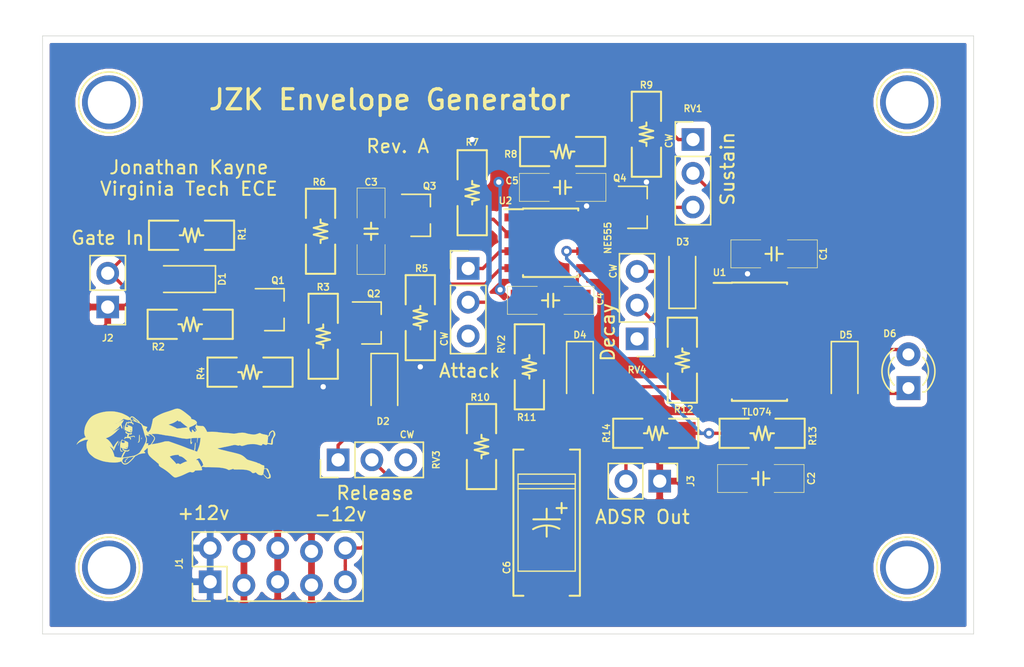
<source format=kicad_pcb>
(kicad_pcb (version 20171130) (host pcbnew "(5.1.0)-1")
  (layers (0 F.Cu signal) (31 B.Cu signal) (34 B.Paste user) (35 F.Paste user) (36 B.SilkS user) (37 F.SilkS user) (38 B.Mask user) (39 F.Mask user) (44 Edge.Cuts user))
  (net 0 "")
  (net 1 GND)
  (net 2 +12V)
  (net 3 -12V)
  (net 4 "Net-(C3-Pad1)")
  (net 5 "Net-(C3-Pad2)")
  (net 6 "Net-(C4-Pad1)")
  (net 7 "Net-(C6-Pad1)")
  (net 8 "Net-(D1-Pad1)")
  (net 9 "Net-(D2-Pad2)")
  (net 10 "Net-(D3-Pad1)")
  (net 11 "Net-(D3-Pad2)")
  (net 12 "Net-(D4-Pad2)")
  (net 13 "Net-(D5-Pad2)")
  (net 14 "Net-(D5-Pad1)")
  (net 15 Gate_In)
  (net 16 ADSR_Out)
  (net 17 "Net-(Q1-Pad3)")
  (net 18 "Net-(Q1-Pad2)")
  (net 19 "Net-(Q3-Pad3)")
  (net 20 "Net-(Q4-Pad3)")
  (net 21 "Net-(Q4-Pad2)")
  (net 22 "Net-(Q4-Pad1)")
  (net 23 "Net-(R9-Pad2)")
  (net 24 "Net-(R10-Pad2)")
  (net 25 "Net-(R11-Pad2)")
  (net 26 "Net-(R12-Pad1)")
  (net 27 EG_Out)
  (net 28 "Net-(RV1-Pad2)")
  (net 29 "Net-(RV2-Pad3)")
  (net 30 "Net-(RV2-Pad1)")
  (net 31 "Net-(RV3-Pad3)")
  (net 32 "Net-(RV4-Pad1)")
  (module Synth:ChibiLogo (layer F.Cu) (at 89.9 95.4 90)
    (fp_text reference G*** hide)
    (fp_text value LOGO hide)
  )
  (module Connectors:1pin (layer F.Cu) (at 85 105)
    (fp_text reference REF**)
    (fp_text value 1pin)
    (pad 1 thru_hole circle (at 0 0) (size 4.064 4.064) (drill 3.2) (layers *.Cu *.Mask))
  )
  (module Connectors:1pin (layer F.Cu) (at 145 105)
    (fp_text reference REF**)
    (fp_text value 1pin)
    (pad 1 thru_hole circle (at 0 0) (size 4.064 4.064) (drill 3.2) (layers *.Cu *.Mask))
  )
  (module Connectors:1pin (layer F.Cu) (at 145 70)
    (fp_text reference REF**)
    (fp_text value 1pin)
    (pad 1 thru_hole circle (at 0 0) (size 4.064 4.064) (drill 3.2) (layers *.Cu *.Mask))
  )
  (module Connectors:1pin (layer F.Cu) (at 85 70)
    (fp_text reference REF**)
    (fp_text value 1pin)
    (pad 1 thru_hole circle (at 0 0) (size 4.064 4.064) (drill 3.2) (layers *.Cu *.Mask))
  )
  (module Synth:C_1206 (layer F.Cu) (at 135 81.4)
    (fp_text reference C1 (at 3.7 0 90) (layer F.SilkS) (effects (font (size 0.5 0.5) (thickness 0.1))))
    (fp_text value 0.1uF)
    (pad 2 smd rect (at 2 0) (size 2 1.6) (layers F.Cu F.Paste F.Mask) (net 1 GND))
    (pad 1 smd rect (at -2 0) (size 2 1.6) (layers F.Cu F.Paste F.Mask) (net 2 +12V))
  )
  (module Synth:C_1206 (layer F.Cu) (at 134 98.3)
    (fp_text reference C2 (at 3.8 0 90) (layer F.SilkS) (effects (font (size 0.5 0.5) (thickness 0.1))))
    (fp_text value 0.1uF)
    (pad 2 smd rect (at 2 0) (size 2 1.6) (layers F.Cu F.Paste F.Mask) (net 3 -12V))
    (pad 1 smd rect (at -2 0) (size 2 1.6) (layers F.Cu F.Paste F.Mask) (net 1 GND))
  )
  (module Synth:C_1206 (layer F.Cu) (at 104.7 79.7 270)
    (fp_text reference C3 (at -3.7 0) (layer F.SilkS) (effects (font (size 0.5 0.5) (thickness 0.1))))
    (fp_text value 10nF)
    (pad 1 smd rect (at -2 0 270) (size 2 1.6) (layers F.Cu F.Paste F.Mask) (net 4 "Net-(C3-Pad1)"))
    (pad 2 smd rect (at 2 0 270) (size 2 1.6) (layers F.Cu F.Paste F.Mask) (net 5 "Net-(C3-Pad2)"))
  )
  (module Synth:C_1206 (layer F.Cu) (at 118.2 84.9 180)
    (fp_text reference C4 (at -3.7 0.1 270) (layer F.SilkS) (effects (font (size 0.5 0.5) (thickness 0.1))))
    (fp_text value 10nF)
    (pad 1 smd rect (at -2 0 180) (size 2 1.6) (layers F.Cu F.Paste F.Mask) (net 6 "Net-(C4-Pad1)"))
    (pad 2 smd rect (at 2 0 180) (size 2 1.6) (layers F.Cu F.Paste F.Mask) (net 1 GND))
  )
  (module Synth:C_1206 (layer F.Cu) (at 119.1 76.4)
    (fp_text reference C5 (at -3.8 -0.5) (layer F.SilkS) (effects (font (size 0.5 0.5) (thickness 0.1))))
    (fp_text value 0.1uF)
    (pad 1 smd rect (at -2 0) (size 2 1.6) (layers F.Cu F.Paste F.Mask) (net 1 GND))
    (pad 2 smd rect (at 2 0) (size 2 1.6) (layers F.Cu F.Paste F.Mask) (net 2 +12V))
  )
  (module Synth:CP_Tantalum_7343 (layer F.Cu) (at 117.9 101.625 270)
    (fp_text reference C6 (at 3.375 3 270) (layer F.SilkS) (effects (font (size 0.5 0.5) (thickness 0.1))))
    (fp_text value 10uF)
    (fp_text user + (at -1.1 -1.05 270) (layer F.SilkS))
    (pad 1 smd rect (at -3.775 0 270) (size 3.75 2.7) (layers F.Cu F.Paste F.Mask) (net 7 "Net-(C6-Pad1)"))
    (pad 2 smd rect (at 3.775 0 270) (size 3.75 2.7) (layers F.Cu F.Paste F.Mask) (net 1 GND))
  )
  (module Diode_SMD:D_SOD-123 (layer F.Cu) (at 90.75 83.3 180)
    (fp_text reference D1 (at -2.75 0 270) (layer F.SilkS) (effects (font (size 0.5 0.5) (thickness 0.1))))
    (fp_text value 1N4148W)
    (pad 1 smd rect (at -1.65 0 180) (size 0.9 1.2) (layers F.Cu F.Paste F.Mask) (net 8 "Net-(D1-Pad1)"))
    (pad 2 smd rect (at 1.65 0 180) (size 0.9 1.2) (layers F.Cu F.Paste F.Mask) (net 1 GND))
  )
  (module Diode_SMD:D_SOD-123 (layer F.Cu) (at 105.7 91.15 270)
    (fp_text reference D2 (at 2.85 0.1) (layer F.SilkS) (effects (font (size 0.5 0.5) (thickness 0.1))))
    (fp_text value 1N4148W)
    (pad 1 smd rect (at -1.65 0 270) (size 0.9 1.2) (layers F.Cu F.Paste F.Mask) (net 5 "Net-(C3-Pad2)"))
    (pad 2 smd rect (at 1.65 0 270) (size 0.9 1.2) (layers F.Cu F.Paste F.Mask) (net 9 "Net-(D2-Pad2)"))
  )
  (module Diode_SMD:D_SOD-123 (layer F.Cu) (at 128.1 83.25 90)
    (fp_text reference D3 (at 2.75 0.024999 180) (layer F.SilkS) (effects (font (size 0.5 0.5) (thickness 0.1))))
    (fp_text value 1N4148W)
    (pad 1 smd rect (at -1.65 0 90) (size 0.9 1.2) (layers F.Cu F.Paste F.Mask) (net 10 "Net-(D3-Pad1)"))
    (pad 2 smd rect (at 1.65 0 90) (size 0.9 1.2) (layers F.Cu F.Paste F.Mask) (net 11 "Net-(D3-Pad2)"))
  )
  (module Diode_SMD:D_SOD-123 (layer F.Cu) (at 120.4 90.25 270)
    (fp_text reference D4 (at -2.75 0) (layer F.SilkS) (effects (font (size 0.5 0.5) (thickness 0.1))))
    (fp_text value 1N4148W)
    (pad 2 smd rect (at 1.65 0 270) (size 0.9 1.2) (layers F.Cu F.Paste F.Mask) (net 12 "Net-(D4-Pad2)"))
    (pad 1 smd rect (at -1.65 0 270) (size 0.9 1.2) (layers F.Cu F.Paste F.Mask) (net 7 "Net-(C6-Pad1)"))
  )
  (module Diode_SMD:D_SOD-123 (layer F.Cu) (at 140.3 90.25 270)
    (fp_text reference D5 (at -2.75 -0.1) (layer F.SilkS) (effects (font (size 0.5 0.5) (thickness 0.1))))
    (fp_text value 1N4148W)
    (pad 2 smd rect (at 1.65 0 270) (size 0.9 1.2) (layers F.Cu F.Paste F.Mask) (net 13 "Net-(D5-Pad2)"))
    (pad 1 smd rect (at -1.65 0 270) (size 0.9 1.2) (layers F.Cu F.Paste F.Mask) (net 14 "Net-(D5-Pad1)"))
  )
  (module LED_THT:LED_D3.0mm (layer F.Cu) (at 145.1 91.5 90)
    (fp_text reference D6 (at 4.1 -1.4 180) (layer F.SilkS) (effects (font (size 0.5 0.5) (thickness 0.1))))
    (fp_text value LED)
    (pad 1 thru_hole rect (at 0 0 90) (size 1.8 1.8) (drill 0.9) (layers *.Cu *.Mask) (net 13 "Net-(D5-Pad2)"))
    (pad 2 thru_hole circle (at 2.54 0 90) (size 1.8 1.8) (drill 0.9) (layers *.Cu *.Mask) (net 14 "Net-(D5-Pad1)"))
  )
  (module Synth:PinHeader_2x05_P2.54mm_Vertical_Zigzag (layer F.Cu) (at 92.6 106.2 90)
    (fp_text reference J1 (at 1.5 -2.33 90) (layer F.SilkS) (effects (font (size 0.5 0.5) (thickness 0.1))))
    (fp_text value Power)
    (pad 10 thru_hole oval (at 2.667 10.16 90) (size 1.7 1.7) (drill 1) (layers *.Cu *.Mask) (net 3 -12V))
    (pad 9 thru_hole oval (at 0.127 10.16 90) (size 1.7 1.7) (drill 1) (layers *.Cu *.Mask) (net 3 -12V))
    (pad 8 thru_hole oval (at 2.413 7.62 90) (size 1.7 1.7) (drill 1) (layers *.Cu *.Mask) (net 1 GND))
    (pad 7 thru_hole oval (at -0.127 7.62 90) (size 1.7 1.7) (drill 1) (layers *.Cu *.Mask) (net 1 GND))
    (pad 6 thru_hole oval (at 2.667 5.08 90) (size 1.7 1.7) (drill 1) (layers *.Cu *.Mask) (net 1 GND))
    (pad 5 thru_hole oval (at 0.127 5.08 90) (size 1.7 1.7) (drill 1) (layers *.Cu *.Mask) (net 1 GND))
    (pad 4 thru_hole oval (at 2.413 2.54 90) (size 1.7 1.7) (drill 1) (layers *.Cu *.Mask) (net 1 GND))
    (pad 3 thru_hole oval (at -0.127 2.54 90) (size 1.7 1.7) (drill 1) (layers *.Cu *.Mask) (net 1 GND))
    (pad 2 thru_hole oval (at 2.667 0 90) (size 1.7 1.7) (drill 1) (layers *.Cu *.Mask) (net 2 +12V))
    (pad 1 thru_hole rect (at 0.127 0 90) (size 1.7 1.7) (drill 1) (layers *.Cu *.Mask) (net 2 +12V))
  )
  (module Connector_PinHeader_2.54mm:PinHeader_1x02_P2.54mm_Vertical (layer F.Cu) (at 84.9 85.4 180)
    (fp_text reference J2 (at 0 -2.33 180) (layer F.SilkS) (effects (font (size 0.5 0.5) (thickness 0.1))))
    (fp_text value MJ-3502)
    (pad 2 thru_hole oval (at 0 2.54 180) (size 1.7 1.7) (drill 1) (layers *.Cu *.Mask) (net 15 Gate_In))
    (pad 1 thru_hole rect (at 0 0 180) (size 1.7 1.7) (drill 1) (layers *.Cu *.Mask) (net 1 GND))
  )
  (module Connector_PinHeader_2.54mm:PinHeader_1x02_P2.54mm_Vertical (layer F.Cu) (at 126.4 98.5 270)
    (fp_text reference J3 (at 0 -2.33 270) (layer F.SilkS) (effects (font (size 0.5 0.5) (thickness 0.1))))
    (fp_text value MJ-3502)
    (pad 1 thru_hole rect (at 0 0 270) (size 1.7 1.7) (drill 1) (layers *.Cu *.Mask) (net 1 GND))
    (pad 2 thru_hole oval (at 0 2.54 270) (size 1.7 1.7) (drill 1) (layers *.Cu *.Mask) (net 16 ADSR_Out))
  )
  (module Package_TO_SOT_SMD:SOT-23 (layer F.Cu) (at 97.4 85.6)
    (fp_text reference Q1 (at 0.3 -2.2) (layer F.SilkS) (effects (font (size 0.5 0.5) (thickness 0.1))))
    (fp_text value BC847)
    (pad 3 smd rect (at 1 0) (size 0.9 0.8) (layers F.Cu F.Paste F.Mask) (net 17 "Net-(Q1-Pad3)"))
    (pad 2 smd rect (at -1 0.95) (size 0.9 0.8) (layers F.Cu F.Paste F.Mask) (net 18 "Net-(Q1-Pad2)"))
    (pad 1 smd rect (at -1 -0.95) (size 0.9 0.8) (layers F.Cu F.Paste F.Mask) (net 8 "Net-(D1-Pad1)"))
  )
  (module Package_TO_SOT_SMD:SOT-23 (layer F.Cu) (at 104.7 86.6)
    (fp_text reference Q2 (at 0.2 -2.2) (layer F.SilkS) (effects (font (size 0.5 0.5) (thickness 0.1))))
    (fp_text value BC847)
    (pad 1 smd rect (at -1 -0.95) (size 0.9 0.8) (layers F.Cu F.Paste F.Mask) (net 17 "Net-(Q1-Pad3)"))
    (pad 2 smd rect (at -1 0.95) (size 0.9 0.8) (layers F.Cu F.Paste F.Mask) (net 18 "Net-(Q1-Pad2)"))
    (pad 3 smd rect (at 1 0) (size 0.9 0.8) (layers F.Cu F.Paste F.Mask) (net 5 "Net-(C3-Pad2)"))
  )
  (module Package_TO_SOT_SMD:SOT-23 (layer F.Cu) (at 108.4 78.5)
    (fp_text reference Q3 (at 0.7 -2.2) (layer F.SilkS) (effects (font (size 0.5 0.5) (thickness 0.1))))
    (fp_text value BC847)
    (pad 1 smd rect (at -1 -0.95) (size 0.9 0.8) (layers F.Cu F.Paste F.Mask) (net 4 "Net-(C3-Pad1)"))
    (pad 2 smd rect (at -1 0.95) (size 0.9 0.8) (layers F.Cu F.Paste F.Mask) (net 1 GND))
    (pad 3 smd rect (at 1 0) (size 0.9 0.8) (layers F.Cu F.Paste F.Mask) (net 19 "Net-(Q3-Pad3)"))
  )
  (module Package_TO_SOT_SMD:SOT-23 (layer F.Cu) (at 124.7 77.9)
    (fp_text reference Q4 (at -1.3 -2.2) (layer F.SilkS) (effects (font (size 0.5 0.5) (thickness 0.1))))
    (fp_text value 2N7002)
    (pad 3 smd rect (at 1 0) (size 0.9 0.8) (layers F.Cu F.Paste F.Mask) (net 20 "Net-(Q4-Pad3)"))
    (pad 2 smd rect (at -1 0.95) (size 0.9 0.8) (layers F.Cu F.Paste F.Mask) (net 21 "Net-(Q4-Pad2)"))
    (pad 1 smd rect (at -1 -0.95) (size 0.9 0.8) (layers F.Cu F.Paste F.Mask) (net 22 "Net-(Q4-Pad1)"))
  )
  (module Synth:R_1206 (layer F.Cu) (at 91.2 80)
    (fp_text reference R1 (at 3.8 -0.1 90) (layer F.SilkS) (effects (font (size 0.5 0.5) (thickness 0.1))))
    (fp_text value 1.2M)
    (pad 2 smd rect (at 2 0) (size 2 1.7) (layers F.Cu F.Paste F.Mask) (net 1 GND))
    (pad 1 smd rect (at -2 0) (size 2 1.7) (layers F.Cu F.Paste F.Mask) (net 15 Gate_In))
  )
  (module Synth:R_1206 (layer F.Cu) (at 91.1 86.7 180)
    (fp_text reference R2 (at 2.4 -1.7 180) (layer F.SilkS) (effects (font (size 0.5 0.5) (thickness 0.1))))
    (fp_text value 1M)
    (pad 1 smd rect (at -2 0 180) (size 2 1.7) (layers F.Cu F.Paste F.Mask) (net 8 "Net-(D1-Pad1)"))
    (pad 2 smd rect (at 2 0 180) (size 2 1.7) (layers F.Cu F.Paste F.Mask) (net 15 Gate_In))
  )
  (module Synth:R_1206 (layer F.Cu) (at 101.1 87.6 90)
    (fp_text reference R3 (at 3.7 0 180) (layer F.SilkS) (effects (font (size 0.5 0.5) (thickness 0.1))))
    (fp_text value 22k)
    (pad 1 smd rect (at -2 0 90) (size 2 1.7) (layers F.Cu F.Paste F.Mask) (net 2 +12V))
    (pad 2 smd rect (at 2 0 90) (size 2 1.7) (layers F.Cu F.Paste F.Mask) (net 17 "Net-(Q1-Pad3)"))
  )
  (module Synth:R_1206 (layer F.Cu) (at 95.6 90.3 180)
    (fp_text reference R4 (at 3.7 -0.1 270) (layer F.SilkS) (effects (font (size 0.5 0.5) (thickness 0.1))))
    (fp_text value 10)
    (pad 1 smd rect (at -2 0 180) (size 2 1.7) (layers F.Cu F.Paste F.Mask) (net 18 "Net-(Q1-Pad2)"))
    (pad 2 smd rect (at 2 0 180) (size 2 1.7) (layers F.Cu F.Paste F.Mask) (net 1 GND))
  )
  (module Synth:R_1206 (layer F.Cu) (at 108.4 86.2 90)
    (fp_text reference R5 (at 3.7 0.1 180) (layer F.SilkS) (effects (font (size 0.5 0.5) (thickness 0.1))))
    (fp_text value 22k)
    (pad 2 smd rect (at 2 0 90) (size 2 1.7) (layers F.Cu F.Paste F.Mask) (net 5 "Net-(C3-Pad2)"))
    (pad 1 smd rect (at -2 0 90) (size 2 1.7) (layers F.Cu F.Paste F.Mask) (net 2 +12V))
  )
  (module Synth:R_1206 (layer F.Cu) (at 100.9 79.7 270)
    (fp_text reference R6 (at -3.7 0.1) (layer F.SilkS) (effects (font (size 0.5 0.5) (thickness 0.1))))
    (fp_text value 22k)
    (pad 2 smd rect (at 2 0 270) (size 2 1.7) (layers F.Cu F.Paste F.Mask) (net 1 GND))
    (pad 1 smd rect (at -2 0 270) (size 2 1.7) (layers F.Cu F.Paste F.Mask) (net 4 "Net-(C3-Pad1)"))
  )
  (module Synth:R_1206 (layer F.Cu) (at 112.3 76.8 270)
    (fp_text reference R7 (at -3.8 0) (layer F.SilkS) (effects (font (size 0.5 0.5) (thickness 0.1))))
    (fp_text value 22k)
    (pad 1 smd rect (at -2 0 270) (size 2 1.7) (layers F.Cu F.Paste F.Mask) (net 2 +12V))
    (pad 2 smd rect (at 2 0 270) (size 2 1.7) (layers F.Cu F.Paste F.Mask) (net 19 "Net-(Q3-Pad3)"))
  )
  (module Synth:R_1206 (layer F.Cu) (at 119.1 73.7 180)
    (fp_text reference R8 (at 3.9 -0.2 180) (layer F.SilkS) (effects (font (size 0.5 0.5) (thickness 0.1))))
    (fp_text value 1M)
    (pad 1 smd rect (at -2 0 180) (size 2 1.7) (layers F.Cu F.Paste F.Mask) (net 22 "Net-(Q4-Pad1)"))
    (pad 2 smd rect (at 2 0 180) (size 2 1.7) (layers F.Cu F.Paste F.Mask) (net 5 "Net-(C3-Pad2)"))
  )
  (module Synth:R_1206 (layer F.Cu) (at 125.4 72.4 90)
    (fp_text reference R9 (at 3.7 0 180) (layer F.SilkS) (effects (font (size 0.5 0.5) (thickness 0.1))))
    (fp_text value 4.7k)
    (pad 1 smd rect (at -2 0 90) (size 2 1.7) (layers F.Cu F.Paste F.Mask) (net 2 +12V))
    (pad 2 smd rect (at 2 0 90) (size 2 1.7) (layers F.Cu F.Paste F.Mask) (net 23 "Net-(R9-Pad2)"))
  )
  (module Synth:R_1206 (layer F.Cu) (at 113 95.9 270)
    (fp_text reference R10 (at -3.7 0.1) (layer F.SilkS) (effects (font (size 0.5 0.5) (thickness 0.1))))
    (fp_text value 100)
    (pad 2 smd rect (at 2 0 270) (size 2 1.7) (layers F.Cu F.Paste F.Mask) (net 24 "Net-(R10-Pad2)"))
    (pad 1 smd rect (at -2 0 270) (size 2 1.7) (layers F.Cu F.Paste F.Mask) (net 7 "Net-(C6-Pad1)"))
  )
  (module Synth:R_1206 (layer F.Cu) (at 116.6 89.9 90)
    (fp_text reference R11 (at -3.8 -0.2 180) (layer F.SilkS) (effects (font (size 0.5 0.5) (thickness 0.1))))
    (fp_text value 100)
    (pad 2 smd rect (at 2 0 90) (size 2 1.7) (layers F.Cu F.Paste F.Mask) (net 25 "Net-(R11-Pad2)"))
    (pad 1 smd rect (at -2 0 90) (size 2 1.7) (layers F.Cu F.Paste F.Mask) (net 12 "Net-(D4-Pad2)"))
  )
  (module Synth:R_1206 (layer F.Cu) (at 128.1 89.4 270)
    (fp_text reference R12 (at 3.7 -0.1) (layer F.SilkS) (effects (font (size 0.5 0.5) (thickness 0.1))))
    (fp_text value 100)
    (pad 1 smd rect (at -2 0 270) (size 2 1.7) (layers F.Cu F.Paste F.Mask) (net 26 "Net-(R12-Pad1)"))
    (pad 2 smd rect (at 2 0 270) (size 2 1.7) (layers F.Cu F.Paste F.Mask) (net 7 "Net-(C6-Pad1)"))
  )
  (module Synth:R_1206 (layer F.Cu) (at 134.1 94.9 180)
    (fp_text reference R13 (at -3.8 -0.2 270) (layer F.SilkS) (effects (font (size 0.5 0.5) (thickness 0.1))))
    (fp_text value 1k)
    (pad 2 smd rect (at 2 0 180) (size 2 1.7) (layers F.Cu F.Paste F.Mask) (net 27 EG_Out))
    (pad 1 smd rect (at -2 0 180) (size 2 1.7) (layers F.Cu F.Paste F.Mask) (net 14 "Net-(D5-Pad1)"))
  )
  (module Synth:R_1206 (layer F.Cu) (at 126.1 94.9)
    (fp_text reference R14 (at -3.7 0 90) (layer F.SilkS) (effects (font (size 0.5 0.5) (thickness 0.1))))
    (fp_text value 1k)
    (pad 2 smd rect (at 2 0) (size 2 1.7) (layers F.Cu F.Paste F.Mask) (net 27 EG_Out))
    (pad 1 smd rect (at -2 0) (size 2 1.7) (layers F.Cu F.Paste F.Mask) (net 16 ADSR_Out))
  )
  (module Connector_PinHeader_2.54mm:PinHeader_1x03_P2.54mm_Vertical (layer F.Cu) (at 128.9 72.8)
    (fp_text reference RV1 (at 0 -2.33) (layer F.SilkS) (effects (font (size 0.5 0.5) (thickness 0.1))))
    (fp_text value 25k)
    (pad 3 thru_hole oval (at 0 5.08) (size 1.7 1.7) (drill 1) (layers *.Cu *.Mask) (net 20 "Net-(Q4-Pad3)"))
    (pad 2 thru_hole oval (at 0 2.54) (size 1.7 1.7) (drill 1) (layers *.Cu *.Mask) (net 28 "Net-(RV1-Pad2)"))
    (pad 1 thru_hole rect (at 0 0) (size 1.7 1.7) (drill 1) (layers *.Cu *.Mask) (net 23 "Net-(R9-Pad2)"))
  )
  (module Connector_PinHeader_2.54mm:PinHeader_1x03_P2.54mm_Vertical (layer F.Cu) (at 112 82.5)
    (fp_text reference RV2 (at 2.5 5.7 90) (layer F.SilkS) (effects (font (size 0.5 0.5) (thickness 0.1))))
    (fp_text value "1M Log")
    (pad 3 thru_hole oval (at 0 5.08) (size 1.7 1.7) (drill 1) (layers *.Cu *.Mask) (net 29 "Net-(RV2-Pad3)"))
    (pad 2 thru_hole oval (at 0 2.54) (size 1.7 1.7) (drill 1) (layers *.Cu *.Mask) (net 25 "Net-(R11-Pad2)"))
    (pad 1 thru_hole rect (at 0 0) (size 1.7 1.7) (drill 1) (layers *.Cu *.Mask) (net 30 "Net-(RV2-Pad1)"))
  )
  (module Connector_PinHeader_2.54mm:PinHeader_1x03_P2.54mm_Vertical (layer F.Cu) (at 102.22 96.9 90)
    (fp_text reference RV3 (at 0 7.38 90) (layer F.SilkS) (effects (font (size 0.5 0.5) (thickness 0.1))))
    (fp_text value "1M Log")
    (pad 1 thru_hole rect (at 0 0 90) (size 1.7 1.7) (drill 1) (layers *.Cu *.Mask) (net 9 "Net-(D2-Pad2)"))
    (pad 2 thru_hole oval (at 0 2.54 90) (size 1.7 1.7) (drill 1) (layers *.Cu *.Mask) (net 24 "Net-(R10-Pad2)"))
    (pad 3 thru_hole oval (at 0 5.08 90) (size 1.7 1.7) (drill 1) (layers *.Cu *.Mask) (net 31 "Net-(RV3-Pad3)"))
  )
  (module Connector_PinHeader_2.54mm:PinHeader_1x03_P2.54mm_Vertical (layer F.Cu) (at 124.7 87.8 180)
    (fp_text reference RV4 (at 0 -2.33 180) (layer F.SilkS) (effects (font (size 0.5 0.5) (thickness 0.1))))
    (fp_text value "1M Log")
    (pad 1 thru_hole rect (at 0 0 180) (size 1.7 1.7) (drill 1) (layers *.Cu *.Mask) (net 32 "Net-(RV4-Pad1)"))
    (pad 2 thru_hole oval (at 0 2.54 180) (size 1.7 1.7) (drill 1) (layers *.Cu *.Mask) (net 26 "Net-(R12-Pad1)"))
    (pad 3 thru_hole oval (at 0 5.08 180) (size 1.7 1.7) (drill 1) (layers *.Cu *.Mask) (net 11 "Net-(D3-Pad2)"))
  )
  (module Package_SO:SOIC-14_3.9x8.7mm_P1.27mm (layer F.Cu) (at 133.9 88.01)
    (fp_text reference U1 (at -3 -5.21) (layer F.SilkS) (effects (font (size 0.5 0.5) (thickness 0.1))))
    (fp_text value TL074 (at -0.2 5.29) (layer F.SilkS) (effects (font (size 0.5 0.5) (thickness 0.1))))
    (pad 1 smd rect (at -2.7 -3.81) (size 1.5 0.6) (layers F.Cu F.Paste F.Mask) (net 10 "Net-(D3-Pad1)"))
    (pad 2 smd rect (at -2.7 -2.54) (size 1.5 0.6) (layers F.Cu F.Paste F.Mask) (net 10 "Net-(D3-Pad1)"))
    (pad 3 smd rect (at -2.7 -1.27) (size 1.5 0.6) (layers F.Cu F.Paste F.Mask) (net 28 "Net-(RV1-Pad2)"))
    (pad 4 smd rect (at -2.7 0) (size 1.5 0.6) (layers F.Cu F.Paste F.Mask) (net 2 +12V))
    (pad 5 smd rect (at -2.7 1.27) (size 1.5 0.6) (layers F.Cu F.Paste F.Mask) (net 7 "Net-(C6-Pad1)"))
    (pad 6 smd rect (at -2.7 2.54) (size 1.5 0.6) (layers F.Cu F.Paste F.Mask) (net 27 EG_Out))
    (pad 7 smd rect (at -2.7 3.81) (size 1.5 0.6) (layers F.Cu F.Paste F.Mask) (net 27 EG_Out))
    (pad 8 smd rect (at 2.7 3.81) (size 1.5 0.6) (layers F.Cu F.Paste F.Mask) (net 13 "Net-(D5-Pad2)"))
    (pad 9 smd rect (at 2.7 2.54) (size 1.5 0.6) (layers F.Cu F.Paste F.Mask) (net 14 "Net-(D5-Pad1)"))
    (pad 10 smd rect (at 2.7 1.27) (size 1.5 0.6) (layers F.Cu F.Paste F.Mask) (net 1 GND))
    (pad 11 smd rect (at 2.7 0) (size 1.5 0.6) (layers F.Cu F.Paste F.Mask) (net 3 -12V))
    (pad 12 smd rect (at 2.7 -1.27) (size 1.5 0.6) (layers F.Cu F.Paste F.Mask))
    (pad 13 smd rect (at 2.7 -2.54) (size 1.5 0.6) (layers F.Cu F.Paste F.Mask))
    (pad 14 smd rect (at 2.7 -3.81) (size 1.5 0.6) (layers F.Cu F.Paste F.Mask))
  )
  (module Package_SO:SOIC-8_3.9x4.9mm_P1.27mm (layer F.Cu) (at 118.2 80.565)
    (fp_text reference U2 (at -3.4 -3.165) (layer F.SilkS) (effects (font (size 0.5 0.5) (thickness 0.1))))
    (fp_text value NE555 (at 4.3 -0.365 90) (layer F.SilkS) (effects (font (size 0.5 0.5) (thickness 0.1))))
    (pad 1 smd rect (at -2.7 -1.905) (size 1.55 0.6) (layers F.Cu F.Paste F.Mask) (net 1 GND))
    (pad 2 smd rect (at -2.7 -0.635) (size 1.55 0.6) (layers F.Cu F.Paste F.Mask) (net 19 "Net-(Q3-Pad3)"))
    (pad 3 smd rect (at -2.7 0.635) (size 1.55 0.6) (layers F.Cu F.Paste F.Mask) (net 30 "Net-(RV2-Pad1)"))
    (pad 4 smd rect (at -2.7 1.905) (size 1.55 0.6) (layers F.Cu F.Paste F.Mask) (net 5 "Net-(C3-Pad2)"))
    (pad 5 smd rect (at 2.7 1.905) (size 1.55 0.6) (layers F.Cu F.Paste F.Mask) (net 6 "Net-(C4-Pad1)"))
    (pad 6 smd rect (at 2.7 0.635) (size 1.55 0.6) (layers F.Cu F.Paste F.Mask) (net 27 EG_Out))
    (pad 7 smd rect (at 2.7 -0.635) (size 1.55 0.6) (layers F.Cu F.Paste F.Mask) (net 21 "Net-(Q4-Pad2)"))
    (pad 8 smd rect (at 2.7 -1.905) (size 1.55 0.6) (layers F.Cu F.Paste F.Mask) (net 2 +12V))
  )
  (gr_text "Jonathan Kayne\nVirginia Tech ECE" (at 91 75.7) (layer F.SilkS) (effects (font (size 1 1))))
  (gr_text "Rev. A" (at 106.7 73.3) (layer F.SilkS) (effects (font (size 1 1))))
  (gr_text "JZK Envelope Generator" (at 106.1 69.8) (layer F.SilkS) (effects (font (size 1.5 1.5) (thickness 0.25))))
  (gr_text CW (at 127.1 72.9 90) (layer F.SilkS) (effects (font (size 0.5 0.5) (thickness 0.1))))
  (gr_text CW (at 122.9 82.7 90) (layer F.SilkS) (effects (font (size 0.5 0.5) (thickness 0.1))))
  (gr_text CW (at 110.2 87.8 90) (layer F.SilkS) (effects (font (size 0.5 0.5) (thickness 0.1))))
  (gr_text CW (at 107.4 95) (layer F.SilkS) (effects (font (size 0.5 0.5) (thickness 0.1))))
  (gr_text Attack (at 112.1 90.2) (layer F.SilkS) (effects (font (size 1 1))))
  (gr_text Decay (at 122.5 87.3 90) (layer F.SilkS) (effects (font (size 1 1))))
  (gr_text Sustain (at 131.5 75 90) (layer F.SilkS) (effects (font (size 1 1))))
  (gr_text "Gate In" (at 84.9 80.2) (layer F.SilkS) (effects (font (size 1 1))))
  (gr_text "ADSR Out" (at 125.1 101.2) (layer F.SilkS) (effects (font (size 1 1))))
  (gr_text Release (at 105 99.4) (layer F.SilkS) (effects (font (size 1 1))))
  (gr_text -12v (at 102.4 101) (layer F.SilkS) (effects (font (size 1 1))))
  (gr_text +12v (at 92.1 100.9) (layer F.SilkS) (effects (font (size 1 1))))
  (gr_line (start 80 110) (end 80 65) (layer Edge.Cuts) (width 0.05))
  (gr_line (start 150 110) (end 80 110) (layer Edge.Cuts) (width 0.05))
  (gr_line (start 150 65) (end 150 110) (layer Edge.Cuts) (width 0.05))
  (gr_line (start 80 65) (end 150 65) (layer Edge.Cuts) (width 0.05))
  (via (at 114.4 84.1) (size 0.8) (drill 0.4) (layers F.Cu B.Cu) (net 1))
  (segment (start 116.2 84.9) (end 115.2 84.9) (width 0.25) (layer F.Cu) (net 1))
  (segment (start 115.2 84.9) (end 114.4 84.1) (width 0.25) (layer F.Cu) (net 1))
  (via (at 114.3 76) (size 0.8) (drill 0.4) (layers F.Cu B.Cu) (net 1))
  (segment (start 114.4 84.1) (end 114.4 76.1) (width 0.25) (layer B.Cu) (net 1))
  (segment (start 114.4 76.1) (end 114.3 76) (width 0.25) (layer B.Cu) (net 1))
  (via (at 101.1 91.4) (size 0.8) (drill 0.4) (layers F.Cu B.Cu) (net 2))
  (segment (start 101.1 89.6) (end 101.1 91.4) (width 0.25) (layer F.Cu) (net 2))
  (via (at 108.4 89.9) (size 0.8) (drill 0.4) (layers F.Cu B.Cu) (net 2))
  (segment (start 108.4 88.2) (end 108.4 89.9) (width 0.25) (layer F.Cu) (net 2))
  (segment (start 120.9 76.6) (end 121.1 76.4) (width 0.25) (layer F.Cu) (net 2))
  (segment (start 120.9 78.66) (end 120.9 77.8) (width 0.25) (layer F.Cu) (net 2))
  (via (at 112.3 72.8) (size 0.8) (drill 0.4) (layers F.Cu B.Cu) (net 2))
  (segment (start 112.3 74.8) (end 112.3 72.8) (width 0.25) (layer F.Cu) (net 2))
  (via (at 125.4 76) (size 0.8) (drill 0.4) (layers F.Cu B.Cu) (net 2))
  (segment (start 125.4 74.4) (end 125.4 76) (width 0.25) (layer F.Cu) (net 2))
  (segment (start 120.9 77.8) (end 120.9 76.6) (width 0.25) (layer F.Cu) (net 2))
  (via (at 120.9 77.8) (size 0.8) (drill 0.4) (layers F.Cu B.Cu) (net 2))
  (segment (start 133 82.45) (end 133 81.4) (width 0.25) (layer F.Cu) (net 2))
  (segment (start 133 86.66) (end 133 82.9) (width 0.25) (layer F.Cu) (net 2))
  (segment (start 131.65 88.01) (end 133 86.66) (width 0.25) (layer F.Cu) (net 2))
  (segment (start 131.2 88.01) (end 131.65 88.01) (width 0.25) (layer F.Cu) (net 2))
  (segment (start 133 82.9) (end 133 82.45) (width 0.25) (layer F.Cu) (net 2))
  (via (at 133 82.9) (size 0.8) (drill 0.4) (layers F.Cu B.Cu) (net 2))
  (segment (start 136.15 88.01) (end 136.6 88.01) (width 0.25) (layer F.Cu) (net 3))
  (segment (start 134.75 89.41) (end 136.15 88.01) (width 0.25) (layer F.Cu) (net 3))
  (segment (start 134.75 97.25) (end 134.75 89.41) (width 0.25) (layer F.Cu) (net 3))
  (segment (start 135.8 98.3) (end 134.75 97.25) (width 0.25) (layer F.Cu) (net 3))
  (segment (start 136 98.3) (end 135.8 98.3) (width 0.25) (layer F.Cu) (net 3))
  (segment (start 102.76 104.870919) (end 102.76 103.533) (width 0.25) (layer F.Cu) (net 3))
  (segment (start 102.76 106.073) (end 102.76 104.870919) (width 0.25) (layer F.Cu) (net 3))
  (segment (start 103.962081 103.533) (end 105.395081 102.1) (width 0.25) (layer F.Cu) (net 3))
  (segment (start 102.76 103.533) (end 103.962081 103.533) (width 0.25) (layer F.Cu) (net 3))
  (segment (start 134.75 98.3) (end 136 98.3) (width 0.25) (layer F.Cu) (net 3))
  (segment (start 130.95 102.1) (end 134.75 98.3) (width 0.25) (layer F.Cu) (net 3))
  (segment (start 105.395081 102.1) (end 130.95 102.1) (width 0.25) (layer F.Cu) (net 3))
  (segment (start 100.9 77.7) (end 104.7 77.7) (width 0.25) (layer F.Cu) (net 4))
  (segment (start 107.25 77.7) (end 107.4 77.55) (width 0.25) (layer F.Cu) (net 4))
  (segment (start 104.7 77.7) (end 107.25 77.7) (width 0.25) (layer F.Cu) (net 4))
  (segment (start 105.7 89.5) (end 105.7 86.6) (width 0.25) (layer F.Cu) (net 5))
  (segment (start 108.15 84.2) (end 108.4 84.2) (width 0.25) (layer F.Cu) (net 5))
  (segment (start 105.75 86.6) (end 108.15 84.2) (width 0.25) (layer F.Cu) (net 5))
  (segment (start 105.7 86.6) (end 105.75 86.6) (width 0.25) (layer F.Cu) (net 5))
  (segment (start 108.4 84.05) (end 108.4 84.2) (width 0.25) (layer F.Cu) (net 5))
  (segment (start 106.05 81.7) (end 108.4 84.05) (width 0.25) (layer F.Cu) (net 5))
  (segment (start 104.7 81.7) (end 106.05 81.7) (width 0.25) (layer F.Cu) (net 5))
  (segment (start 114.475 82.47) (end 115.5 82.47) (width 0.25) (layer F.Cu) (net 5))
  (segment (start 113.269999 83.675001) (end 114.475 82.47) (width 0.25) (layer F.Cu) (net 5))
  (segment (start 110.024999 83.675001) (end 113.269999 83.675001) (width 0.25) (layer F.Cu) (net 5))
  (segment (start 109.5 84.2) (end 110.024999 83.675001) (width 0.25) (layer F.Cu) (net 5))
  (segment (start 108.4 84.2) (end 109.5 84.2) (width 0.25) (layer F.Cu) (net 5))
  (segment (start 117.25 73.7) (end 117.1 73.7) (width 0.25) (layer F.Cu) (net 5))
  (segment (start 118.425001 74.875001) (end 117.25 73.7) (width 0.25) (layer F.Cu) (net 5))
  (segment (start 118.425001 80.569999) (end 118.425001 74.875001) (width 0.25) (layer F.Cu) (net 5))
  (segment (start 116.525 82.47) (end 118.425001 80.569999) (width 0.25) (layer F.Cu) (net 5))
  (segment (start 115.5 82.47) (end 116.525 82.47) (width 0.25) (layer F.Cu) (net 5))
  (segment (start 120.2 83.17) (end 120.9 82.47) (width 0.25) (layer F.Cu) (net 6))
  (segment (start 120.2 84.9) (end 120.2 83.17) (width 0.25) (layer F.Cu) (net 6))
  (segment (start 116.8 97.85) (end 117.9 97.85) (width 0.25) (layer F.Cu) (net 7))
  (segment (start 113 94.05) (end 116.8 97.85) (width 0.25) (layer F.Cu) (net 7))
  (segment (start 113 93.9) (end 113 94.05) (width 0.25) (layer F.Cu) (net 7))
  (segment (start 113 92.65) (end 115.75 89.9) (width 0.25) (layer F.Cu) (net 7))
  (segment (start 113 93.9) (end 113 92.65) (width 0.25) (layer F.Cu) (net 7))
  (segment (start 119.55 88.6) (end 120.4 88.6) (width 0.25) (layer F.Cu) (net 7))
  (segment (start 118.25 89.9) (end 119.55 88.6) (width 0.25) (layer F.Cu) (net 7))
  (segment (start 115.75 89.9) (end 118.25 89.9) (width 0.25) (layer F.Cu) (net 7))
  (segment (start 128.1 91.25) (end 128.1 91.4) (width 0.25) (layer F.Cu) (net 7))
  (segment (start 130.07 89.28) (end 128.1 91.25) (width 0.25) (layer F.Cu) (net 7))
  (segment (start 131.2 89.28) (end 130.07 89.28) (width 0.25) (layer F.Cu) (net 7))
  (segment (start 120.4 89.3) (end 120.4 88.6) (width 0.25) (layer F.Cu) (net 7))
  (segment (start 122.5 91.4) (end 120.4 89.3) (width 0.25) (layer F.Cu) (net 7))
  (segment (start 128.1 91.4) (end 122.5 91.4) (width 0.25) (layer F.Cu) (net 7))
  (segment (start 93.1 84) (end 92.4 83.3) (width 0.25) (layer F.Cu) (net 8))
  (segment (start 93.1 86.7) (end 93.1 84) (width 0.25) (layer F.Cu) (net 8))
  (segment (start 96.4 84) (end 96.4 84.65) (width 0.25) (layer F.Cu) (net 8))
  (segment (start 95.7 83.3) (end 96.4 84) (width 0.25) (layer F.Cu) (net 8))
  (segment (start 92.4 83.3) (end 95.7 83.3) (width 0.25) (layer F.Cu) (net 8))
  (segment (start 105.22 92.8) (end 105.7 92.8) (width 0.25) (layer F.Cu) (net 9))
  (segment (start 102.22 95.8) (end 105.22 92.8) (width 0.25) (layer F.Cu) (net 9))
  (segment (start 102.22 96.9) (end 102.22 95.8) (width 0.25) (layer F.Cu) (net 9))
  (segment (start 131.2 84.2) (end 131.2 85.47) (width 0.25) (layer F.Cu) (net 10))
  (segment (start 128.67 85.47) (end 128.1 84.9) (width 0.25) (layer F.Cu) (net 10))
  (segment (start 131.2 85.47) (end 128.67 85.47) (width 0.25) (layer F.Cu) (net 10))
  (segment (start 128.1 82.3) (end 128.1 81.6) (width 0.25) (layer F.Cu) (net 11))
  (segment (start 127.68 82.72) (end 128.1 82.3) (width 0.25) (layer F.Cu) (net 11))
  (segment (start 124.7 82.72) (end 127.68 82.72) (width 0.25) (layer F.Cu) (net 11))
  (segment (start 117.7 91.9) (end 120.4 91.9) (width 0.25) (layer F.Cu) (net 12))
  (segment (start 116.6 91.9) (end 117.7 91.9) (width 0.25) (layer F.Cu) (net 12))
  (segment (start 140.22 91.82) (end 140.3 91.9) (width 0.25) (layer F.Cu) (net 13))
  (segment (start 136.6 91.82) (end 140.22 91.82) (width 0.25) (layer F.Cu) (net 13))
  (segment (start 144.7 91.9) (end 145.1 91.5) (width 0.25) (layer F.Cu) (net 13))
  (segment (start 140.3 91.9) (end 144.7 91.9) (width 0.25) (layer F.Cu) (net 13))
  (segment (start 136.15 90.55) (end 136.6 90.55) (width 0.25) (layer F.Cu) (net 14))
  (segment (start 135.524999 91.175001) (end 136.15 90.55) (width 0.25) (layer F.Cu) (net 14))
  (segment (start 135.524999 93.224999) (end 135.524999 91.175001) (width 0.25) (layer F.Cu) (net 14))
  (segment (start 136.1 93.8) (end 135.524999 93.224999) (width 0.25) (layer F.Cu) (net 14))
  (segment (start 136.1 94.9) (end 136.1 93.8) (width 0.25) (layer F.Cu) (net 14))
  (segment (start 140.3 89.3) (end 140.3 88.6) (width 0.25) (layer F.Cu) (net 14))
  (segment (start 139.05 90.55) (end 140.3 89.3) (width 0.25) (layer F.Cu) (net 14))
  (segment (start 136.6 90.55) (end 139.05 90.55) (width 0.25) (layer F.Cu) (net 14))
  (segment (start 144.74 88.6) (end 145.1 88.96) (width 0.25) (layer F.Cu) (net 14))
  (segment (start 140.3 88.6) (end 144.74 88.6) (width 0.25) (layer F.Cu) (net 14))
  (segment (start 85.11 82.86) (end 84.9 82.86) (width 0.25) (layer F.Cu) (net 15))
  (segment (start 88.95 86.7) (end 85.11 82.86) (width 0.25) (layer F.Cu) (net 15))
  (segment (start 89.1 86.7) (end 88.95 86.7) (width 0.25) (layer F.Cu) (net 15))
  (segment (start 87.76 80) (end 89.2 80) (width 0.25) (layer F.Cu) (net 15))
  (segment (start 84.9 82.86) (end 87.76 80) (width 0.25) (layer F.Cu) (net 15))
  (segment (start 123.86 95.14) (end 124.1 94.9) (width 0.25) (layer F.Cu) (net 16))
  (segment (start 123.86 98.5) (end 123.86 95.14) (width 0.25) (layer F.Cu) (net 16))
  (segment (start 98.4 85.6) (end 101.1 85.6) (width 0.25) (layer F.Cu) (net 17))
  (segment (start 103.65 85.6) (end 103.7 85.65) (width 0.25) (layer F.Cu) (net 17))
  (segment (start 101.1 85.6) (end 103.65 85.6) (width 0.25) (layer F.Cu) (net 17))
  (segment (start 96.45 86.55) (end 96.4 86.55) (width 0.25) (layer F.Cu) (net 18))
  (segment (start 97.6 87.7) (end 96.45 86.55) (width 0.25) (layer F.Cu) (net 18))
  (segment (start 97.6 90.3) (end 97.6 87.7) (width 0.25) (layer F.Cu) (net 18))
  (segment (start 99.1 87.7) (end 97.6 87.7) (width 0.25) (layer F.Cu) (net 18))
  (segment (start 99.25 87.55) (end 99.1 87.7) (width 0.25) (layer F.Cu) (net 18))
  (segment (start 103.7 87.55) (end 99.25 87.55) (width 0.25) (layer F.Cu) (net 18))
  (segment (start 112 78.5) (end 112.3 78.8) (width 0.25) (layer F.Cu) (net 19))
  (segment (start 109.4 78.5) (end 112 78.5) (width 0.25) (layer F.Cu) (net 19))
  (segment (start 115.025 79.93) (end 115.5 79.93) (width 0.25) (layer F.Cu) (net 19))
  (segment (start 113.895 78.8) (end 115.025 79.93) (width 0.25) (layer F.Cu) (net 19))
  (segment (start 112.3 78.8) (end 113.895 78.8) (width 0.25) (layer F.Cu) (net 19))
  (segment (start 128.88 77.9) (end 128.9 77.88) (width 0.25) (layer F.Cu) (net 20))
  (segment (start 125.7 77.9) (end 128.88 77.9) (width 0.25) (layer F.Cu) (net 20))
  (segment (start 123.7 79.5) (end 123.7 78.85) (width 0.25) (layer F.Cu) (net 21))
  (segment (start 123.27 79.93) (end 123.7 79.5) (width 0.25) (layer F.Cu) (net 21))
  (segment (start 120.9 79.93) (end 123.27 79.93) (width 0.25) (layer F.Cu) (net 21))
  (segment (start 123.7 76.3) (end 121.1 73.7) (width 0.25) (layer F.Cu) (net 22))
  (segment (start 123.7 76.95) (end 123.7 76.3) (width 0.25) (layer F.Cu) (net 22))
  (segment (start 127.8 72.8) (end 125.4 70.4) (width 0.25) (layer F.Cu) (net 23))
  (segment (start 128.9 72.8) (end 127.8 72.8) (width 0.25) (layer F.Cu) (net 23))
  (segment (start 113 98.05) (end 113 97.9) (width 0.25) (layer F.Cu) (net 24))
  (segment (start 111.9 99.15) (end 113 98.05) (width 0.25) (layer F.Cu) (net 24))
  (segment (start 107.01 99.15) (end 111.9 99.15) (width 0.25) (layer F.Cu) (net 24))
  (segment (start 104.76 96.9) (end 107.01 99.15) (width 0.25) (layer F.Cu) (net 24))
  (segment (start 116.6 87.75) (end 116.6 87.9) (width 0.25) (layer F.Cu) (net 25))
  (segment (start 113.89 85.04) (end 116.6 87.75) (width 0.25) (layer F.Cu) (net 25))
  (segment (start 112 85.04) (end 113.89 85.04) (width 0.25) (layer F.Cu) (net 25))
  (segment (start 126.84 87.4) (end 124.7 85.26) (width 0.25) (layer F.Cu) (net 26))
  (segment (start 128.1 87.4) (end 126.84 87.4) (width 0.25) (layer F.Cu) (net 26))
  (segment (start 128.1 94.9) (end 129.35 94.9) (width 0.25) (layer F.Cu) (net 27))
  (segment (start 131.2 90.55) (end 131.2 91.82) (width 0.25) (layer F.Cu) (net 27))
  (via (at 119.4 81.2) (size 0.8) (drill 0.4) (layers F.Cu B.Cu) (net 27))
  (segment (start 120.9 81.2) (end 119.4 81.2) (width 0.25) (layer F.Cu) (net 27))
  (segment (start 119.4 81.765685) (end 122.1 84.465685) (width 0.25) (layer B.Cu) (net 27))
  (segment (start 119.4 81.2) (end 119.4 81.765685) (width 0.25) (layer B.Cu) (net 27))
  (segment (start 122.1 87.485002) (end 129.514998 94.9) (width 0.25) (layer B.Cu) (net 27))
  (segment (start 122.1 84.465685) (end 122.1 87.485002) (width 0.25) (layer B.Cu) (net 27))
  (via (at 130.1 94.9) (size 0.8) (drill 0.4) (layers F.Cu B.Cu) (net 27))
  (segment (start 129.514998 94.9) (end 130.1 94.9) (width 0.25) (layer B.Cu) (net 27))
  (segment (start 129.35 94.9) (end 130.1 94.9) (width 0.25) (layer F.Cu) (net 27))
  (segment (start 130.1 94.9) (end 132.1 94.9) (width 0.25) (layer F.Cu) (net 27))
  (segment (start 132.1 94.9) (end 132.1 93.6) (width 0.25) (layer F.Cu) (net 27))
  (segment (start 131.2 92.7) (end 131.2 91.82) (width 0.25) (layer F.Cu) (net 27))
  (segment (start 132.1 93.6) (end 131.2 92.7) (width 0.25) (layer F.Cu) (net 27))
  (segment (start 132.275001 83.248003) (end 131.2 82.173002) (width 0.25) (layer F.Cu) (net 28))
  (segment (start 132.275001 86.114999) (end 132.275001 83.248003) (width 0.25) (layer F.Cu) (net 28))
  (segment (start 131.2 86.74) (end 131.65 86.74) (width 0.25) (layer F.Cu) (net 28))
  (segment (start 131.65 86.74) (end 132.275001 86.114999) (width 0.25) (layer F.Cu) (net 28))
  (segment (start 131.2 77.64) (end 128.9 75.34) (width 0.25) (layer F.Cu) (net 28))
  (segment (start 131.2 82.173002) (end 131.2 77.64) (width 0.25) (layer F.Cu) (net 28))
  (segment (start 114.475 81.2) (end 115.5 81.2) (width 0.25) (layer F.Cu) (net 30))
  (segment (start 114.4 81.2) (end 114.475 81.2) (width 0.25) (layer F.Cu) (net 30))
  (segment (start 113.1 82.5) (end 114.4 81.2) (width 0.25) (layer F.Cu) (net 30))
  (segment (start 112 82.5) (end 113.1 82.5) (width 0.25) (layer F.Cu) (net 30))
  (zone (net 1) (net_name GND) (layer F.Cu) (connect_pads (clearance 0.508)) (min_thickness 0.254) (fill yes (arc_segments 32) (thermal_gap 0.508) (thermal_bridge_width 0.508))
    (polygon (pts (xy 77.6 62.5) (xy 153.8 62.5) (xy 153.8 112.5) (xy 77.5 112.5)))
  )
  (zone (net 2) (net_name +12V) (layer B.Cu) (connect_pads (clearance 0.508)) (min_thickness 0.254) (fill yes (arc_segments 32) (thermal_gap 0.508) (thermal_bridge_width 0.508))
    (polygon (pts (xy 76.8 62.3) (xy 151.5 62.3) (xy 151.5 112.2) (xy 76.8 112.2)))
  )
)
</source>
